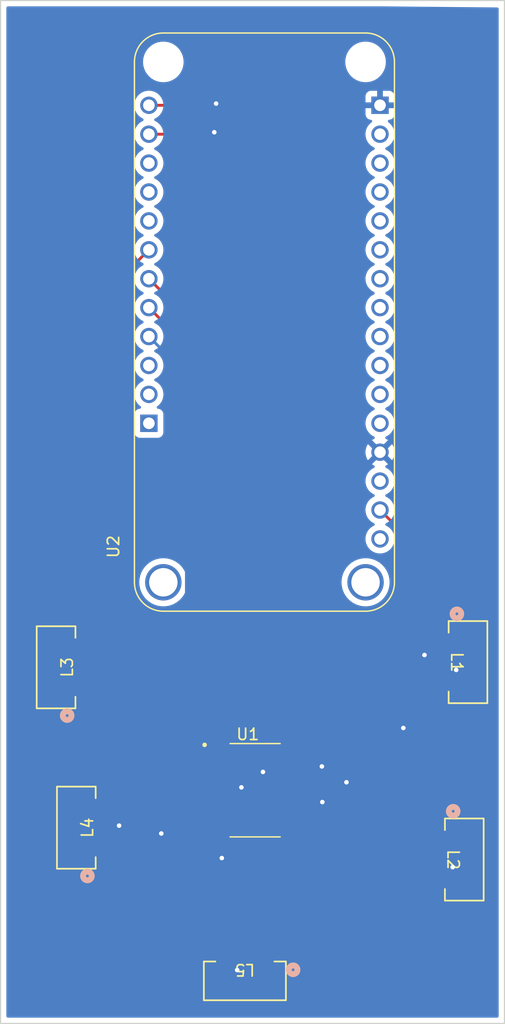
<source format=kicad_pcb>
(kicad_pcb (version 20211014) (generator pcbnew)
  (layers (0 "F.Cu" signal) (31 "B.Cu" signal) (34 "B.Paste" user) (35 "F.Paste" user) (36 "B.SilkS" user "B.Silkscreen") (37 "F.SilkS" user "F.Silkscreen") (38 "B.Mask" user) (39 "F.Mask" user) (44 "Edge.Cuts" user))
  (net 0 "")
  (net 1 "Net-(L1-Pad1)")
  (net 2 "+3V3")
  (net 3 "GND")
  (net 4 "Net-(L2-Pad1)")
  (net 5 "Net-(L3-Pad1)")
  (net 6 "Net-(L4-Pad1)")
  (net 7 "Net-(L5-Pad1)")
  (net 8 "/A0")
  (net 9 "/A1")
  (net 10 "/RESET")
  (net 11 "Net-(L1-Pad4)")
  (net 12 "Net-(U1-Pad13)")
  (net 13 "Net-(U1-Pad6)")
  (net 14 "Net-(U1-Pad10)")
  (net 15 "Net-(L5-Pad4)")
  (net 19 "/A2")
  (net 20 "/SCL")
  (net 21 "/SDA")
  (footprint "sunsensor:VEML7700-TR" (layer "F.Cu") (at 189.06 108.99 180)
    (fp_text reference "L5" (at 0 0.9752 180 unlocked) (layer "F.SilkS"))
    (fp_text value "VEML7700_Lux_Sensor")
    (fp_circle (center -4.2418 0.9752) (end -3.8608 0.9752) (layer "B.SilkS") (width 0.508) (fill none))
    (fp_line (start 2.592151 1.7018) (end 3.6068 1.7018) (layer "F.SilkS") (width 0.1524))
    (fp_line (start -3.6068 -1.7018) (end -3.6068 1.7018) (layer "F.SilkS") (width 0.1524))
    (fp_line (start 3.6068 -1.7018) (end -3.6068 -1.7018) (layer "F.SilkS") (width 0.1524))
    (fp_line (start -3.6068 1.7018) (end -2.592151 1.7018) (layer "F.SilkS") (width 0.1524))
    (fp_line (start 3.6068 1.7018) (end 3.6068 -1.7018) (layer "F.SilkS") (width 0.1524))
    (fp_circle (center -4.2418 0.9752) (end -3.8608 0.9752) (layer "F.SilkS") (width 0.508) (fill none))
    (pad "1" smd rect (at -1.905 0.9752 180) (size 0.7112 1.397) (layers "F.Cu" "F.Paste" "F.Mask") (net 7 "Net-(L5-Pad1)"))
    (pad "2" smd rect (at -0.635 0.9752 180) (size 0.7112 1.397) (layers "F.Cu" "F.Paste" "F.Mask") (net 2 "+3V3"))
    (pad "3" smd rect (at 0.635 0.9752 180) (size 0.7112 1.397) (layers "F.Cu" "F.Paste" "F.Mask") (net 3 "GND"))
    (pad "4" smd rect (at 1.905 0.9752 180) (size 0.7112 1.397) (layers "F.Cu" "F.Paste" "F.Mask") (net 15 "Net-(L5-Pad4)"))
  )
  (footprint "sunsensor:VEML7700-TR" (layer "F.Cu") (at 172.46 81.44 90)
    (fp_text reference "L3" (at 0 0.9752 90 unlocked) (layer "F.SilkS"))
    (fp_text value "VEML7700_Lux_Sensor")
    (fp_circle (center -4.2418 0.9752) (end -3.8608 0.9752) (layer "B.SilkS") (width 0.508) (fill none))
    (fp_line (start 3.6068 -1.7018) (end -3.6068 -1.7018) (layer "F.SilkS") (width 0.1524))
    (fp_line (start -3.6068 -1.7018) (end -3.6068 1.7018) (layer "F.SilkS") (width 0.1524))
    (fp_line (start -3.6068 1.7018) (end -2.592151 1.7018) (layer "F.SilkS") (width 0.1524))
    (fp_line (start 3.6068 1.7018) (end 3.6068 -1.7018) (layer "F.SilkS") (width 0.1524))
    (fp_line (start 2.592151 1.7018) (end 3.6068 1.7018) (layer "F.SilkS") (width 0.1524))
    (fp_circle (center -4.2418 0.9752) (end -3.8608 0.9752) (layer "F.SilkS") (width 0.508) (fill none))
    (pad "1" smd rect (at -1.905 0.9752 90) (size 0.7112 1.397) (layers "F.Cu" "F.Paste" "F.Mask") (net 5 "Net-(L3-Pad1)"))
    (pad "2" smd rect (at -0.635 0.9752 90) (size 0.7112 1.397) (layers "F.Cu" "F.Paste" "F.Mask") (net 2 "+3V3"))
    (pad "3" smd rect (at 0.635 0.9752 90) (size 0.7112 1.397) (layers "F.Cu" "F.Paste" "F.Mask") (net 3 "GND"))
    (pad "4" smd rect (at 1.905 0.9752 90) (size 0.7112 1.397) (layers "F.Cu" "F.Paste" "F.Mask") (net 13 "Net-(U1-Pad6)"))
  )
  (footprint "sunsensor:VEML7700-TR" (layer "F.Cu") (at 208.6752 80.985 -90)
    (fp_text reference "L1" (at 0 0.9752 -90 unlocked) (layer "F.SilkS"))
    (fp_text value "VEML7700_Lux_Sensor")
    (fp_circle (center -4.2418 0.9752) (end -3.8608 0.9752) (layer "B.SilkS") (width 0.508) (fill none))
    (fp_line (start 2.592151 1.7018) (end 3.6068 1.7018) (layer "F.SilkS") (width 0.1524))
    (fp_line (start -3.6068 -1.7018) (end -3.6068 1.7018) (layer "F.SilkS") (width 0.1524))
    (fp_line (start 3.6068 1.7018) (end 3.6068 -1.7018) (layer "F.SilkS") (width 0.1524))
    (fp_line (start -3.6068 1.7018) (end -2.592151 1.7018) (layer "F.SilkS") (width 0.1524))
    (fp_line (start 3.6068 -1.7018) (end -3.6068 -1.7018) (layer "F.SilkS") (width 0.1524))
    (fp_circle (center -4.2418 0.9752) (end -3.8608 0.9752) (layer "F.SilkS") (width 0.508) (fill none))
    (pad "1" smd rect (at -1.905 0.9752 270) (size 0.7112 1.397) (layers "F.Cu" "F.Paste" "F.Mask") (net 1 "Net-(L1-Pad1)"))
    (pad "2" smd rect (at -0.635 0.9752 270) (size 0.7112 1.397) (layers "F.Cu" "F.Paste" "F.Mask") (net 2 "+3V3"))
    (pad "3" smd rect (at 0.635 0.9752 270) (size 0.7112 1.397) (layers "F.Cu" "F.Paste" "F.Mask") (net 3 "GND"))
    (pad "4" smd rect (at 1.905 0.9752 270) (size 0.7112 1.397) (layers "F.Cu" "F.Paste" "F.Mask") (net 11 "Net-(L1-Pad4)"))
  )
  (footprint "sunsensor:MODULE_FEATHER_M0_BASIC_PROTO" (layer "F.Cu") (at 190.78 51.11 90)
    (fp_text reference "U2" (at -19.725 -13.275 90) (layer "F.SilkS"))
    (fp_text value "FEATHER_M0_BASIC_PROTO")
    (fp_line (start -22.86 -11.43) (end 22.86 -11.43) (layer "F.SilkS") (width 0.127))
    (fp_line (start -25.4 8.89) (end -25.4 -8.89) (layer "F.SilkS") (width 0.127))
    (fp_line (start 25.4 -8.89) (end 25.4 8.89) (layer "F.SilkS") (width 0.127))
    (fp_line (start 22.86 11.43) (end -22.86 11.43) (layer "F.SilkS") (width 0.127))
    (fp_arc (start -25.4 -8.89) (mid -24.656051 -10.686051) (end -22.86 -11.43) (layer "F.SilkS") (width 0.127))
    (fp_arc (start 25.4 8.89) (mid 24.656051 10.686051) (end 22.86 11.43) (layer "F.SilkS") (width 0.127))
    (fp_arc (start -22.86 11.43) (mid -24.656051 10.686051) (end -25.4 8.89) (layer "F.SilkS") (width 0.127))
    (fp_arc (start 22.86 -11.43) (mid 24.656051 -10.686051) (end 25.4 -8.89) (layer "F.SilkS") (width 0.127))
    (pad "" np_thru_hole circle locked (at 22.86 8.89 90) (size 2.54 2.54) (drill 2.54) (layers *.Cu *.Mask))
    (pad "" np_thru_hole circle locked (at 22.86 -8.89 90) (size 2.54 2.54) (drill 2.54) (layers *.Cu *.Mask))
    (pad "P$1" thru_hole circle locked (at -22.86 -8.89 90) (size 3.2 3.2) (drill 2.5) (layers *.Cu *.Mask))
    (pad "P$2" thru_hole circle locked (at -22.86 8.89 90) (size 3.2 3.2) (drill 2.5) (layers *.Cu *.Mask))
    (pad "P1_1" thru_hole rect locked (at 19.05 10.16 90) (size 1.53 1.53) (drill 1.02) (layers *.Cu *.Mask) (net 3 "GND"))
    (pad "P1_2" thru_hole circle locked (at 16.51 10.16 90) (size 1.53 1.53) (drill 1.02) (layers *.Cu *.Mask))
    (pad "P1_3" thru_hole circle locked (at 13.97 10.16 90) (size 1.53 1.53) (drill 1.02) (layers *.Cu *.Mask))
    (pad "P1_4" thru_hole circle locked (at 11.43 10.16 90) (size 1.53 1.53) (drill 1.02) (layers *.Cu *.Mask))
    (pad "P1_5" thru_hole circle locked (at 8.89 10.16 90) (size 1.53 1.53) (drill 1.02) (layers *.Cu *.Mask))
    (pad "P1_6" thru_hole circle locked (at 6.35 10.16 90) (size 1.53 1.53) (drill 1.02) (layers *.Cu *.Mask))
    (pad "P1_7" thru_hole circle locked (at 3.81 10.16 90) (size 1.53 1.53) (drill 1.02) (layers *.Cu *.Mask))
    (pad "P1_8" thru_hole circle locked (at 1.27 10.16 90) (size 1.53 1.53) (drill 1.02) (layers *.Cu *.Mask))
    (pad "P1_9" thru_hole circle locked (at -1.27 10.16 90) (size 1.53 1.53) (drill 1.02) (layers *.Cu *.Mask))
    (pad "P1_10" thru_hole circle locked (at -3.81 10.16 90) (size 1.53 1.53) (drill 1.02) (layers *.Cu *.Mask))
    (pad "P1_11" thru_hole circle locked (at -6.35 10.16 90) (size 1.53 1.53) (drill 1.02) (layers *.Cu *.Mask))
    (pad "P1_12" thru_hole circle locked (at -8.89 10.16 90) (size 1.53 1.53) (drill 1.02) (layers *.Cu *.Mask))
    (pad "P1_13" thru_hole circle locked (at -11.43 10.16 90) (size 1.53 1.53) (drill 1.02) (layers *.Cu *.Mask) (net 3 "GND"))
    (pad "P1_14" thru_hole circle locked (at -13.97 10.16 90) (size 1.53 1.53) (drill 1.02) (layers *.Cu *.Mask))
    (pad "P1_15" thru_hole circle locked (at -16.51 10.16 90) (size 1.53 1.53) (drill 1.02) (layers *.Cu *.Mask) (net 2 "+3V3"))
    (pad "P1_16" thru_hole circle locked (at -19.05 10.16 90) (size 1.53 1.53) (drill 1.02) (layers *.Cu *.Mask))
    (pad "P2_1" thru_hole rect locked (at -8.89 -10.16 90) (size 1.53 1.53) (drill 1.02) (layers *.Cu *.Mask))
    (pad "P2_2" thru_hole circle locked (at -6.35 -10.16 90) (size 1.53 1.53) (drill 1.02) (layers *.Cu *.Mask))
    (pad "P2_3" thru_hole circle locked (at -3.81 -10.16 90) (size 1.53 1.53) (drill 1.02) (layers *.Cu *.Mask))
    (pad "P2_4" thru_hole circle locked (at -1.27 -10.16 90) (size 1.53 1.53) (drill 1.02) (layers *.Cu *.Mask) (net 19 "/A2"))
    (pad "P2_5" thru_hole circle locked (at 1.27 -10.16 90) (size 1.53 1.53) (drill 1.02) (layers *.Cu *.Mask) (net 9 "/A1"))
    (pad "P2_6" thru_hole circle locked (at 3.81 -10.16 90) (size 1.53 1.53) (drill 1.02) (layers *.Cu *.Mask) (net 8 "/A0"))
    (pad "P2_7" thru_hole circle locked (at 6.35 -10.16 90) (size 1.53 1.53) (drill 1.02) (layers *.Cu *.Mask) (net 10 "/RESET"))
    (pad "P2_8" thru_hole circle locked (at 8.89 -10.16 90) (size 1.53 1.53) (drill 1.02) (layers *.Cu *.Mask))
    (pad "P2_9" thru_hole circle locked (at 11.43 -10.16 90) (size 1.53 1.53) (drill 1.02) (layers *.Cu *.Mask))
    (pad "P2_10" thru_hole circle locked (at 13.97 -10.16 90) (size 1.53 1.53) (drill 1.02) (layers *.Cu *.Mask))
    (pad "P2_11" thru_hole circle locked (at 16.51 -10.16 90) (size 1.53 1.53) (drill 1.02) (layers *.Cu *.Mask) (net 20 "/SCL"))
    (pad "P2_12" thru_hole circle locked (at 19.05 -10.16 90) (size 1.53 1.53) (drill 1.02) (layers *.Cu *.Mask) (net 21 "/SDA"))
  )
  (footprint "sunsensor:VEML7700-TR" (layer "F.Cu") (at 174.24 95.53 90)
    (fp_text reference "L4" (at 0 0.9752 90 unlocked) (layer "F.SilkS"))
    (fp_text value "VEML7700_Lux_Sensor")
    (fp_circle (center -4.2418 0.9752) (end -3.8608 0.9752) (layer "B.SilkS") (width 0.508) (fill none))
    (fp_line (start 3.6068 -1.7018) (end -3.6068 -1.7018) (layer "F.SilkS") (width 0.1524))
    (fp_line (start -3.6068 -1.7018) (end -3.6068 1.7018) (layer "F.SilkS") (width 0.1524))
    (fp_line (start 3.6068 1.7018) (end 3.6068 -1.7018) (layer "F.SilkS") (width 0.1524))
    (fp_line (start -3.6068 1.7018) (end -2.592151 1.7018) (layer "F.SilkS") (width 0.1524))
    (fp_line (start 2.592151 1.7018) (end 3.6068 1.7018) (layer "F.SilkS") (width 0.1524))
    (fp_circle (center -4.2418 0.9752) (end -3.8608 0.9752) (layer "F.SilkS") (width 0.508) (fill none))
    (pad "1" smd rect (at -1.905 0.9752 90) (size 0.7112 1.397) (layers "F.Cu" "F.Paste" "F.Mask") (net 6 "Net-(L4-Pad1)"))
    (pad "2" smd rect (at -0.635 0.9752 90) (size 0.7112 1.397) (layers "F.Cu" "F.Paste" "F.Mask") (net 2 "+3V3"))
    (pad "3" smd rect (at 0.635 0.9752 90) (size 0.7112 1.397) (layers "F.Cu" "F.Paste" "F.Mask") (net 3 "GND"))
    (pad "4" smd rect (at 1.905 0.9752 90) (size 0.7112 1.397) (layers "F.Cu" "F.Paste" "F.Mask") (net 14 "Net-(U1-Pad10)"))
  )
  (footprint "sunsensor:VEML7700-TR" (layer "F.Cu") (at 208.35 98.33 -90)
    (fp_text reference "L2" (at 0 0.9752 -90 unlocked) (layer "F.SilkS"))
    (fp_text value "VEML7700_Lux_Sensor")
    (fp_circle (center -4.2418 0.9752) (end -3.8608 0.9752) (layer "B.SilkS") (width 0.508) (fill none))
    (fp_line (start 2.592151 1.7018) (end 3.6068 1.7018) (layer "F.SilkS") (width 0.1524))
    (fp_line (start -3.6068 1.7018) (end -2.592151 1.7018) (layer "F.SilkS") (width 0.1524))
    (fp_line (start 3.6068 1.7018) (end 3.6068 -1.7018) (layer "F.SilkS") (width 0.1524))
    (fp_line (start 3.6068 -1.7018) (end -3.6068 -1.7018) (layer "F.SilkS") (width 0.1524))
    (fp_line (start -3.6068 -1.7018) (end -3.6068 1.7018) (layer "F.SilkS") (width 0.1524))
    (fp_circle (center -4.2418 0.9752) (end -3.8608 0.9752) (layer "F.SilkS") (width 0.508) (fill none))
    (pad "1" smd rect (at -1.905 0.9752 270) (size 0.7112 1.397) (layers "F.Cu" "F.Paste" "F.Mask") (net 4 "Net-(L2-Pad1)"))
    (pad "2" smd rect (at -0.635 0.9752 270) (size 0.7112 1.397) (layers "F.Cu" "F.Paste" "F.Mask") (net 2 "+3V3"))
    (pad "3" smd rect (at 0.635 0.9752 270) (size 0.7112 1.397) (layers "F.Cu" "F.Paste" "F.Mask") (net 3 "GND"))
    (pad "4" smd rect (at 1.905 0.9752 270) (size 0.7112 1.397) (layers "F.Cu" "F.Paste" "F.Mask") (net 12 "Net-(U1-Pad13)"))
  )
  (footprint "sunsensor:SOP65P640X120-24N" (layer "F.Cu") (at 189.96 92.24)
    (fp_text reference "U1" (at -0.645 -4.912) (layer "F.SilkS"))
    (fp_text value "TCA9548A_Multiplexer")
    (fp_line (start -2.2 -4.1) (end 2.2 -4.1) (layer "F.SilkS") (width 0.127))
    (fp_line (start -2.2 4.1) (end 2.2 4.1) (layer "F.SilkS") (width 0.127))
    (fp_circle (center -4.44 -3.985) (end -4.34 -3.985) (layer "F.SilkS") (width 0.2) (fill none))
    (pad "1" smd roundrect locked (at -2.87 -3.575) (size 1.57 0.41) (layers "F.Cu" "F.Paste" "F.Mask") (roundrect_rratio 0.05) (net 8 "/A0"))
    (pad "2" smd roundrect locked (at -2.87 -2.925) (size 1.57 0.41) (layers "F.Cu" "F.Paste" "F.Mask") (roundrect_rratio 0.05) (net 9 "/A1"))
    (pad "3" smd roundrect locked (at -2.87 -2.275) (size 1.57 0.41) (layers "F.Cu" "F.Paste" "F.Mask") (roundrect_rratio 0.05) (net 10 "/RESET"))
    (pad "4" smd roundrect locked (at -2.87 -1.625) (size 1.57 0.41) (layers "F.Cu" "F.Paste" "F.Mask") (roundrect_rratio 0.05) (net 11 "Net-(L1-Pad4)"))
    (pad "5" smd roundrect locked (at -2.87 -0.975) (size 1.57 0.41) (layers "F.Cu" "F.Paste" "F.Mask") (roundrect_rratio 0.05) (net 1 "Net-(L1-Pad1)"))
    (pad "6" smd roundrect locked (at -2.87 -0.325) (size 1.57 0.41) (layers "F.Cu" "F.Paste" "F.Mask") (roundrect_rratio 0.05) (net 13 "Net-(U1-Pad6)"))
    (pad "7" smd roundrect locked (at -2.87 0.325) (size 1.57 0.41) (layers "F.Cu" "F.Paste" "F.Mask") (roundrect_rratio 0.05) (net 5 "Net-(L3-Pad1)"))
    (pad "8" smd roundrect locked (at -2.87 0.975) (size 1.57 0.41) (layers "F.Cu" "F.Paste" "F.Mask") (roundrect_rratio 0.05) (net 7 "Net-(L5-Pad1)"))
    (pad "9" smd roundrect locked (at -2.87 1.625) (size 1.57 0.41) (layers "F.Cu" "F.Paste" "F.Mask") (roundrect_rratio 0.05) (net 15 "Net-(L5-Pad4)"))
    (pad "10" smd roundrect locked (at -2.87 2.275) (size 1.57 0.41) (layers "F.Cu" "F.Paste" "F.Mask") (roundrect_rratio 0.05) (net 14 "Net-(U1-Pad10)"))
    (pad "11" smd roundrect locked (at -2.87 2.925) (size 1.57 0.41) (layers "F.Cu" "F.Paste" "F.Mask") (roundrect_rratio 0.05) (net 6 "Net-(L4-Pad1)"))
    (pad "12" smd roundrect locked (at -2.87 3.575) (size 1.57 0.41) (layers "F.Cu" "F.Paste" "F.Mask") (roundrect_rratio 0.05) (net 3 "GND"))
    (pad "13" smd roundrect locked (at 2.87 3.575) (size 1.57 0.41) (layers "F.Cu" "F.Paste" "F.Mask") (roundrect_rratio 0.05) (net 12 "Net-(U1-Pad13)"))
    (pad "14" smd roundrect locked (at 2.87 2.925) (size 1.57 0.41) (layers "F.Cu" "F.Paste" "F.Mask") (roundrect_rratio 0.05) (net 4 "Net-(L2-Pad1)"))
    (pad "15" smd roundrect locked (at 2.87 2.275) (size 1.57 0.41) (layers "F.Cu" "F.Paste" "F.Mask") (roundrect_rratio 0.05) (net 3 "GND"))
    (pad "16" smd roundrect locked (at 2.87 1.625) (size 1.57 0.41) (layers "F.Cu" "F.Paste" "F.Mask") (roundrect_rratio 0.05))
    (pad "17" smd roundrect locked (at 2.87 0.975) (size 1.57 0.41) (layers "F.Cu" "F.Paste" "F.Mask") (roundrect_rratio 0.05) (net 3 "GND"))
    (pad "18" smd roundrect locked (at 2.87 0.325) (size 1.57 0.41) (layers "F.Cu" "F.Paste" "F.Mask") (roundrect_rratio 0.05))
    (pad "19" smd roundrect locked (at 2.87 -0.325) (size 1.57 0.41) (layers "F.Cu" "F.Paste" "F.Mask") (roundrect_rratio 0.05) (net 3 "GND"))
    (pad "20" smd roundrect locked (at 2.87 -0.975) (size 1.57 0.41) (layers "F.Cu" "F.Paste" "F.Mask") (roundrect_rratio 0.05))
    (pad "21" smd roundrect locked (at 2.87 -1.625) (size 1.57 0.41) (layers "F.Cu" "F.Paste" "F.Mask") (roundrect_rratio 0.05) (net 19 "/A2"))
    (pad "22" smd roundrect locked (at 2.87 -2.275) (size 1.57 0.41) (layers "F.Cu" "F.Paste" "F.Mask") (roundrect_rratio 0.05) (net 20 "/SCL"))
    (pad "23" smd roundrect locked (at 2.87 -2.925) (size 1.57 0.41) (layers "F.Cu" "F.Paste" "F.Mask") (roundrect_rratio 0.05) (net 21 "/SDA"))
    (pad "24" smd roundrect locked (at 2.87 -3.575) (size 1.57 0.41) (layers "F.Cu" "F.Paste" "F.Mask") (roundrect_rratio 0.05) (net 2 "+3V3"))
  )
  (gr_rect (start 167.58 22.86) (end 211.88 112.73) (layer "Edge.Cuts") (width 0.1) (fill none))
  (segment (start 208.73 83.51) (end 208.73 79.56) (width 0.25) (layer "F.Cu") (net 1))
  (segment (start 208.669889 83.570111) (end 208.73 83.51) (width 0.25) (layer "F.Cu") (net 1))
  (segment (start 187.09 91.265) (end 188.793069 91.265) (width 0.25) (layer "F.Cu") (net 1))
  (segment (start 208.25 79.08) (end 207.7 79.08) (width 0.25) (layer "F.Cu") (net 1))
  (segment (start 208.73 79.56) (end 208.25 79.08) (width 0.25) (layer "F.Cu") (net 1))
  (segment (start 188.793069 91.265) (end 196.487958 83.570111) (width 0.25) (layer "F.Cu") (net 1))
  (segment (start 196.487958 83.570111) (end 208.669889 83.570111) (width 0.25) (layer "F.Cu") (net 1))
  (segment (start 208.397811 93.134071) (end 208.397811 97.752189) (width 0.25) (layer "F.Cu") (net 2))
  (segment (start 193.616931 88.665) (end 193.75792 88.805989) (width 0.25) (layer "F.Cu") (net 2))
  (segment (start 189.582189 109.037811) (end 189.695 108.925) (width 0.25) (layer "F.Cu") (net 2))
  (segment (start 189.695 108.925) (end 189.695 108.0148) (width 0.25) (layer "F.Cu") (net 2))
  (segment (start 174.192189 98.352189) (end 184.877811 109.037811) (width 0.25) (layer "F.Cu") (net 2))
  (segment (start 174.8723 96.165) (end 174.192189 96.845111) (width 0.25) (layer "F.Cu") (net 2))
  (segment (start 195.83 90.15) (end 194.345 88.665) (width 0.25) (layer "F.Cu") (net 2))
  (segment (start 200.94 67.62) (end 204.850009 71.530009) (width 0.25) (layer "F.Cu") (net 2))
  (segment (start 202.989993 86.770007) (end 203.864011 87.644025) (width 0.25) (layer "F.Cu") (net 2))
  (segment (start 203.864011 88.805989) (end 193.75792 88.805989) (width 0.25) (layer "F.Cu") (net 2))
  (segment (start 207.7 80.35) (end 204.860021 80.35) (width 0.25) (layer "F.Cu") (net 2))
  (segment (start 181.585 96.165) (end 181.71 96.04) (width 0.25) (layer "F.Cu") (net 2))
  (segment (start 204.850009 71.530009) (end 204.850009 80.360012) (width 0.25) (layer "F.Cu") (net 2))
  (segment (start 174.192189 96.845111) (end 174.192189 98.352189) (width 0.25) (layer "F.Cu") (net 2))
  (segment (start 207.6098 97.93) (end 207.3748 97.695) (width 0.25) (layer "F.Cu") (net 2))
  (segment (start 203.864011 87.644025) (end 203.864011 88.805989) (width 0.25) (layer "F.Cu") (net 2))
  (segment (start 204.069729 88.805989) (end 203.864011 88.805989) (width 0.25) (layer "F.Cu") (net 2))
  (segment (start 208.22 97.93) (end 207.6098 97.93) (width 0.25) (layer "F.Cu") (net 2))
  (segment (start 184.877811 109.037811) (end 189.582189 109.037811) (width 0.25) (layer "F.Cu") (net 2))
  (segment (start 204.860021 80.35) (end 204.850009 80.360012) (width 0.25) (layer "F.Cu") (net 2))
  (segment (start 175.2152 96.165) (end 174.8723 96.165) (width 0.25) (layer "F.Cu") (net 2))
  (segment (start 194.345 88.665) (end 192.83 88.665) (width 0.25) (layer "F.Cu") (net 2))
  (segment (start 204.069729 88.805989) (end 208.397811 93.134071) (width 0.25) (layer "F.Cu") (net 2))
  (segment (start 192.83 88.665) (end 193.616931 88.665) (width 0.25) (layer "F.Cu") (net 2))
  (segment (start 175.2152 96.165) (end 181.585 96.165) (width 0.25) (layer "F.Cu") (net 2))
  (segment (start 208.397811 97.752189) (end 208.22 97.93) (width 0.25) (layer "F.Cu") (net 2))
  (via (at 195.83 90.15) (size 0.8) (drill 0.4) (layers "F.Cu" "B.Cu") (net 2))
  (via (at 202.989993 86.770007) (size 0.8) (drill 0.4) (layers "F.Cu" "B.Cu") (net 2))
  (via (at 204.850009 80.360012) (size 0.8) (drill 0.4) (layers "F.Cu" "B.Cu") (net 2))
  (via (at 181.71 96.04) (size 0.8) (drill 0.4) (layers "F.Cu" "B.Cu") (net 2))
  (segment (start 196.06 90.38) (end 195.83 90.15) (width 0.25) (layer "B.Cu") (net 2))
  (segment (start 204.850009 80.360012) (end 204.850009 84.909991) (width 0.25) (layer "B.Cu") (net 2))
  (segment (start 196.06 90.5) (end 196.06 90.38) (width 0.25) (layer "B.Cu") (net 2))
  (segment (start 190.52 96.04) (end 196.06 90.5) (width 0.25) (layer "B.Cu") (net 2))
  (segment (start 181.71 96.04) (end 190.52 96.04) (width 0.25) (layer "B.Cu") (net 2))
  (segment (start 204.850009 84.909991) (end 202.989993 86.770007) (width 0.25) (layer "B.Cu") (net 2))
  (segment (start 175.2152 94.895) (end 175.648322 94.895) (width 0.25) (layer "F.Cu") (net 3))
  (segment (start 207.69 81.62) (end 207.7 81.62) (width 0.25) (layer "F.Cu") (net 3))
  (segment (start 194.634993 94.515) (end 195.869992 93.280001) (width 0.25) (layer "F.Cu") (net 3))
  (segment (start 192.83 94.515) (end 194.634993 94.515) (width 0.25) (layer "F.Cu") (net 3))
  (segment (start 176.103322 95.35) (end 178 95.35) (width 0.25) (layer "F.Cu") (net 3))
  (segment (start 194.504991 91.915) (end 195.869992 93.280001) (width 0.25) (layer "F.Cu") (net 3))
  (segment (start 192.83 91.915) (end 194.504991 91.915) (width 0.25) (layer "F.Cu") (net 3))
  (segment (start 207.64 81.67) (end 207.69 81.62) (width 0.25) (layer "F.Cu") (net 3))
  (segment (start 195.804991 93.215) (end 195.869992 93.280001) (width 0.25) (layer "F.Cu") (net 3))
  (segment (start 192.83 93.215) (end 195.804991 93.215) (width 0.25) (layer "F.Cu") (net 3))
  (segment (start 175.648322 94.895) (end 176.103322 95.35) (width 0.25) (layer "F.Cu") (net 3))
  (segment (start 187.09 98.140011) (end 187.030004 98.200007) (width 0.25) (layer "F.Cu") (net 3))
  (segment (start 187.09 95.815) (end 187.09 98.140011) (width 0.25) (layer "F.Cu") (net 3))
  (via (at 178 95.35) (size 0.8) (drill 0.4) (layers "F.Cu" "B.Cu") (net 3))
  (via (at 187.030004 98.200007) (size 0.8) (drill 0.4) (layers "F.Cu" "B.Cu") (net 3))
  (via (at 195.869992 93.280001) (size 0.8) (drill 0.4) (layers "F.Cu" "B.Cu") (net 3))
  (via (at 188.38 108.04) (size 0.8) (drill 0.4) (layers "F.Cu" "B.Cu") (net 3))
  (via (at 207.33 99) (size 0.8) (drill 0.4) (layers "F.Cu" "B.Cu") (net 3))
  (via (at 207.64 81.67) (size 0.8) (drill 0.4) (layers "F.Cu" "B.Cu") (net 3))
  (segment (start 206.1148 95.165) (end 207.3748 96.425) (width 0.25) (layer "F.Cu") (net 4))
  (segment (start 192.83 95.165) (end 206.1148 95.165) (width 0.25) (layer "F.Cu") (net 4))
  (segment (start 173.4352 83.345) (end 182.6552 92.565) (width 0.25) (layer "F.Cu") (net 5))
  (segment (start 182.6552 92.565) (end 187.09 92.565) (width 0.25) (layer "F.Cu") (net 5))
  (segment (start 187.876931 92.565) (end 187.09 92.565) (width 0.25) (layer "F.Cu") (net 5))
  (segment (start 185.695 95.165) (end 187.09 95.165) (width 0.25) (layer "F.Cu") (net 6))
  (segment (start 175.2152 97.435) (end 183.425 97.435) (width 0.25) (layer "F.Cu") (net 6))
  (segment (start 183.425 97.435) (end 185.695 95.165) (width 0.25) (layer "F.Cu") (net 6))
  (segment (start 190.965 108.0148) (end 190.375111 107.424911) (width 0.25) (layer "F.Cu") (net 7))
  (segment (start 190.375111 107.424911) (end 190.375111 106.991789) (width 0.25) (layer "F.Cu") (net 7))
  (segment (start 188.038022 93.215) (end 187.09 93.215) (width 0.25) (layer "F.Cu") (net 7))
  (segment (start 190.375111 106.991789) (end 188.89 105.506678) (width 0.25) (layer "F.Cu") (net 7))
  (segment (start 188.89 94.066978) (end 188.038022 93.215) (width 0.25) (layer "F.Cu") (net 7))
  (segment (start 188.89 105.506678) (end 188.89 94.066978) (width 0.25) (layer "F.Cu") (net 7))
  (segment (start 187.09 53.77) (end 187.09 88.665) (width 0.25) (layer "F.Cu") (net 8))
  (segment (start 180.62 47.3) (end 187.09 53.77) (width 0.25) (layer "F.Cu") (net 8))
  (segment (start 185.66 54.88) (end 180.62 49.84) (width 0.25) (layer "F.Cu") (net 9))
  (segment (start 185.66 88.671931) (end 185.66 54.88) (width 0.25) (layer "F.Cu") (net 9))
  (segment (start 187.09 89.315) (end 186.303069 89.315) (width 0.25) (layer "F.Cu") (net 9))
  (segment (start 186.303069 89.315) (end 185.66 88.671931) (width 0.25) (layer "F.Cu") (net 9))
  (segment (start 180.62 44.76) (end 176.05 49.33) (width 0.25) (layer "F.Cu") (net 10))
  (segment (start 176.05 49.33) (end 176.05 79.711931) (width 0.25) (layer "F.Cu") (net 10))
  (segment (start 186.96952 90.08548) (end 187.09 89.965) (width 0.25) (layer "F.Cu") (net 10))
  (segment (start 176.05 79.711931) (end 186.423549 90.08548) (width 0.25) (layer "F.Cu") (net 10))
  (segment (start 186.423549 90.08548) (end 186.96952 90.08548) (width 0.25) (layer "F.Cu") (net 10))
  (segment (start 187.876931 90.615) (end 195.601931 82.89) (width 0.25) (layer "F.Cu") (net 11))
  (segment (start 187.09 90.615) (end 187.876931 90.615) (width 0.25) (layer "F.Cu") (net 11))
  (segment (start 195.601931 82.89) (end 207.7 82.89) (width 0.25) (layer "F.Cu") (net 11))
  (segment (start 207.3748 100.235) (end 197.25 100.235) (width 0.25) (layer "F.Cu") (net 12))
  (segment (start 197.25 100.235) (end 192.83 95.815) (width 0.25) (layer "F.Cu") (net 12))
  (segment (start 173.7781 79.535) (end 186.1581 91.915) (width 0.25) (layer "F.Cu") (net 13))
  (segment (start 173.4352 79.535) (end 173.7781 79.535) (width 0.25) (layer "F.Cu") (net 13))
  (segment (start 186.1581 91.915) (end 187.09 91.915) (width 0.25) (layer "F.Cu") (net 13))
  (segment (start 175.5581 93.625) (end 176.4481 94.515) (width 0.25) (layer "F.Cu") (net 14))
  (segment (start 175.2152 93.625) (end 175.5581 93.625) (width 0.25) (layer "F.Cu") (net 14))
  (segment (start 176.4481 94.515) (end 187.09 94.515) (width 0.25) (layer "F.Cu") (net 14))
  (segment (start 188.19952 94.15404) (end 187.91048 93.865) (width 0.25) (layer "F.Cu") (net 15))
  (segment (start 187.155 108.0148) (end 187.155 107.6719) (width 0.25) (layer "F.Cu") (net 15))
  (segment (start 187.91048 93.865) (end 187.09 93.865) (width 0.25) (layer "F.Cu") (net 15))
  (segment (start 187.155 107.6719) (end 188.19952 106.62738) (width 0.25) (layer "F.Cu") (net 15))
  (segment (start 188.19952 106.62738) (end 188.19952 94.15404) (width 0.25) (layer "F.Cu") (net 15))
  (segment (start 196.195386 91.54) (end 195.270386 90.615) (width 0.25) (layer "F.Cu") (net 19))
  (segment (start 195.270386 90.615) (end 192.83 90.615) (width 0.25) (layer "F.Cu") (net 19))
  (segment (start 192.83 90.615) (end 192.043069 90.615) (width 0.25) (layer "F.Cu") (net 19))
  (segment (start 197.99 91.54) (end 196.195386 91.54) (width 0.25) (layer "F.Cu") (net 19))
  (via (at 197.99 91.54) (size 0.8) (drill 0.4) (layers "F.Cu" "B.Cu") (net 19))
  (segment (start 197.99 91.54) (end 197.99 89.11) (width 0.25) (layer "B.Cu") (net 19))
  (segment (start 197.99 89.11) (end 193.195604 89.11) (width 0.25) (layer "B.Cu") (net 19))
  (segment (start 188.455458 92.714011) (end 183.92 88.178553) (width 0.25) (layer "B.Cu") (net 19))
  (segment (start 183.92 55.68) (end 180.62 52.38) (width 0.25) (layer "B.Cu") (net 19))
  (segment (start 189.591593 92.714011) (end 188.455458 92.714011) (width 0.25) (layer "B.Cu") (net 19))
  (segment (start 193.195604 89.11) (end 189.591593 92.714011) (width 0.25) (layer "B.Cu") (net 19))
  (segment (start 183.92 88.178553) (end 183.92 55.68) (width 0.25) (layer "B.Cu") (net 19))
  (segment (start 191.374534 90.93107) (end 191.374534 90.619253) (width 0.25) (layer "F.Cu") (net 20))
  (segment (start 192.028787 89.965) (end 192.83 89.965) (width 0.25) (layer "F.Cu") (net 20))
  (segment (start 191.374534 90.619253) (end 192.028787 89.965) (width 0.25) (layer "F.Cu") (net 20))
  (segment (start 180.62 34.6) (end 186.200016 34.6) (width 0.25) (layer "F.Cu") (net 20))
  (segment (start 186.200016 34.6) (end 186.370011 34.430005) (width 0.25) (layer "F.Cu") (net 20))
  (segment (start 188.755561 91.9895) (end 189.389583 91.355478) (width 0.25) (layer "F.Cu") (net 20))
  (segment (start 190.950126 91.355478) (end 191.374534 90.93107) (width 0.25) (layer "F.Cu") (net 20))
  (segment (start 189.389583 91.355478) (end 190.950126 91.355478) (width 0.25) (layer "F.Cu") (net 20))
  (via (at 186.370011 34.430005) (size 0.8) (drill 0.4) (layers "F.Cu" "B.Cu") (net 20))
  (via (at 188.755561 91.9895) (size 0.8) (drill 0.4) (layers "F.Cu" "B.Cu") (net 20))
  (segment (start 189.925501 90.81956) (end 189.925501 90.289886) (width 0.25) (layer "B.Cu") (net 20))
  (segment (start 194.120005 34.430005) (end 186.370011 34.430005) (width 0.25) (layer "B.Cu") (net 20))
  (segment (start 195.31 35.62) (end 194.120005 34.430005) (width 0.25) (layer "B.Cu") (net 20))
  (segment (start 195.31 84.905387) (end 195.31 35.62) (width 0.25) (layer "B.Cu") (net 20))
  (segment (start 188.755561 91.9895) (end 189.925501 90.81956) (width 0.25) (layer "B.Cu") (net 20))
  (segment (start 189.925501 90.289886) (end 195.31 84.905387) (width 0.25) (layer "B.Cu") (net 20))
  (segment (start 180.62 32.06) (end 186.38 32.06) (width 0.25) (layer "F.Cu") (net 21))
  (segment (start 190.650023 90.630967) (end 190.650023 90.043764) (width 0.25) (layer "F.Cu") (net 21))
  (segment (start 190.650023 90.043764) (end 191.378787 89.315) (width 0.25) (layer "F.Cu") (net 21))
  (segment (start 191.378787 89.315) (end 192.83 89.315) (width 0.25) (layer "F.Cu") (net 21))
  (segment (start 186.38 32.06) (end 186.530005 31.909995) (width 0.25) (layer "F.Cu") (net 21))
  (via (at 190.650023 90.630967) (size 0.8) (drill 0.4) (layers "F.Cu" "B.Cu") (net 21))
  (via (at 186.530005 31.909995) (size 0.8) (drill 0.4) (layers "F.Cu" "B.Cu") (net 21))
  (segment (start 192.235713 31.909995) (end 186.530005 31.909995) (width 0.25) (layer "B.Cu") (net 21))
  (segment (start 190.650023 90.630967) (end 190.650023 90.589978) (width 0.25) (layer "B.Cu") (net 21))
  (segment (start 195.75952 85.480481) (end 195.75952 35.433802) (width 0.25) (layer "B.Cu") (net 21))
  (segment (start 190.650023 90.589978) (end 195.75952 85.480481) (width 0.25) (layer "B.Cu") (net 21))
  (segment (start 195.75952 35.433802) (end 192.235713 31.909995) (width 0.25) (layer "B.Cu") (net 21))
  (zone (net 3) (net_name "GND") (layer "B.Cu") (connect_pads (clearance 0.508)) (min_thickness 0.254) (fill yes (thermal_gap 0.508) (thermal_bridge_width 0.508))
    (polygon (pts (xy 211.7 23.47) (xy 211.7 112.49) (xy 168.01815 112.483007) (xy 167.80815 23.043007)))
  )
)
</source>
